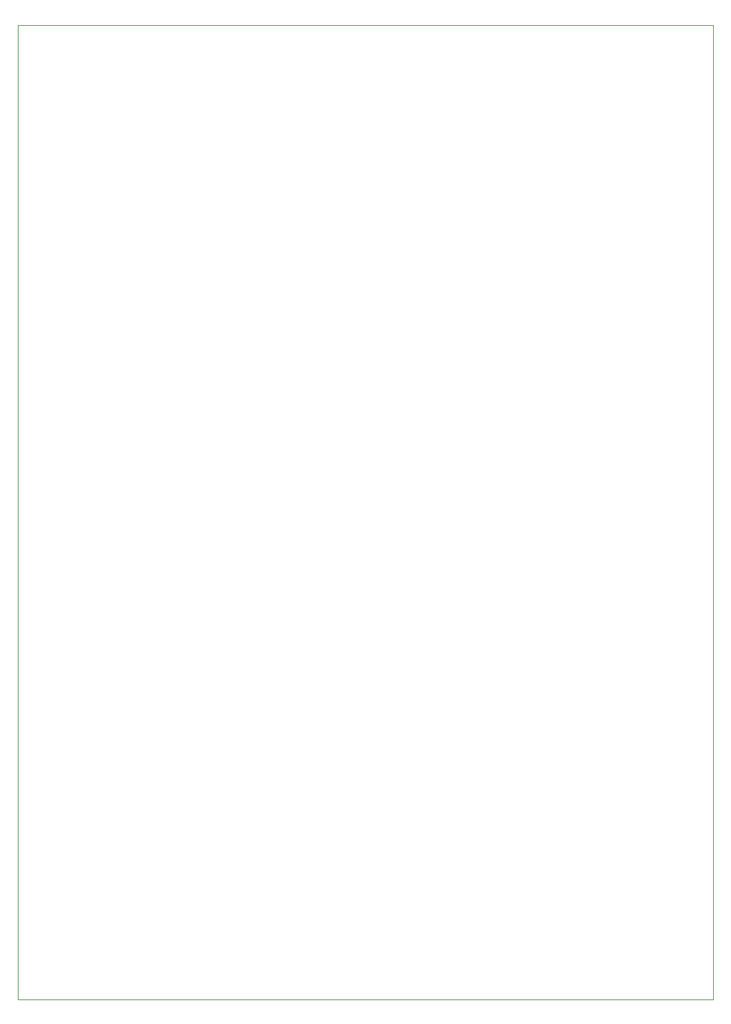
<source format=gbr>
%TF.GenerationSoftware,KiCad,Pcbnew,7.0.9*%
%TF.CreationDate,2024-01-29T19:46:49-08:00*%
%TF.ProjectId,phonev4,70686f6e-6576-4342-9e6b-696361645f70,rev?*%
%TF.SameCoordinates,Original*%
%TF.FileFunction,Profile,NP*%
%FSLAX46Y46*%
G04 Gerber Fmt 4.6, Leading zero omitted, Abs format (unit mm)*
G04 Created by KiCad (PCBNEW 7.0.9) date 2024-01-29 19:46:49*
%MOMM*%
%LPD*%
G01*
G04 APERTURE LIST*
%TA.AperFunction,Profile*%
%ADD10C,0.100000*%
%TD*%
G04 APERTURE END LIST*
D10*
X111760000Y5080000D02*
X111760000Y-119380000D01*
X200660000Y-119380000D02*
X200660000Y5080000D01*
X111760000Y-119380000D02*
X200660000Y-119380000D01*
X200660000Y5080000D02*
X111760000Y5080000D01*
M02*

</source>
